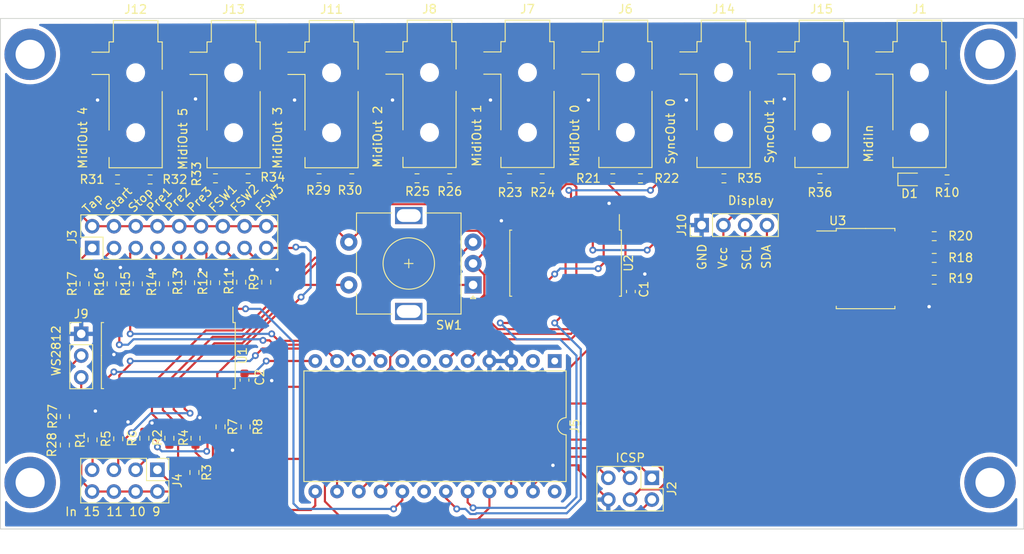
<source format=kicad_pcb>
(kicad_pcb (version 20221018) (generator pcbnew)
  (layers (0 "F.Cu" signal) (31 "B.Cu" signal) (34 "B.Paste" user) (35 "F.Paste" user) (36 "B.SilkS" user "B.Silkscreen") (37 "F.SilkS" user "F.Silkscreen") (38 "B.Mask" user) (39 "F.Mask" user) (44 "Edge.Cuts" user))
  (net 0 "")
  (net 1 "+5V")
  (net 2 "GND")
  (net 3 "Net-(D1-K)")
  (net 4 "Net-(D1-A)")
  (net 5 "Net-(J1-PadR)")
  (net 7 "MISO")
  (net 8 "SCLK")
  (net 9 "MIDI_RX")
  (net 10 "RST")
  (net 11 "IN_0")
  (net 12 "IN_1")
  (net 13 "IN_2")
  (net 14 "IN_3")
  (net 15 "IN_4")
  (net 16 "IN_5")
  (net 17 "IN_6")
  (net 18 "IN_7")
  (net 19 "IN_8")
  (net 20 "IN_9")
  (net 21 "IN_10")
  (net 22 "IN_11")
  (net 23 "IN_12")
  (net 24 "IN_13")
  (net 25 "IN_14")
  (net 26 "IN_15")
  (net 29 "SDA")
  (net 30 "SCL")
  (net 33 "S0")
  (net 34 "S1")
  (net 35 "S2")
  (net 36 "S3")
  (net 37 "LED_DATA")
  (net 38 "DEMUX")
  (net 40 "SYNC_TX")
  (net 41 "MIDI_TX")
  (net 43 "Net-(J6-PadR)")
  (net 44 "Net-(J6-PadT)")
  (net 45 "Net-(J7-PadR)")
  (net 46 "Net-(J7-PadT)")
  (net 47 "Net-(J8-PadR)")
  (net 48 "Net-(J8-PadT)")
  (net 49 "Net-(J9-Pin_2)")
  (net 50 "Net-(J11-PadR)")
  (net 51 "Net-(J11-PadT)")
  (net 52 "Net-(J12-PadR)")
  (net 53 "Net-(J12-PadT)")
  (net 54 "Net-(J13-PadR)")
  (net 55 "Net-(J13-PadT)")
  (net 57 "Net-(J14-PadT)")
  (net 59 "Net-(J15-PadT)")
  (net 60 "Net-(U3-VO1)")
  (net 61 "Net-(R19-Pad2)")
  (net 62 "MIDI_OUT_0")
  (net 63 "MIDI_OUT_1")
  (net 64 "MIDI_OUT_2")
  (net 65 "Net-(R27-Pad1)")
  (net 66 "MIDI_OUT_3")
  (net 67 "MIDI_OUT_4")
  (net 68 "MIDI_OUT_5")
  (net 69 "SYNC_OUT_0")
  (net 70 "SYNC_OUT_1")
  (footprint "Resistor_SMD:R_0603_1608Metric" (layer "F.Cu") (at 74.168 96.838 -90)
    (fp_text reference "R3")
    (fp_text value "10k")
  )
  (footprint "Connector_Audio:Jack_3.5mm_CUI_SJ-3523-SMT_Horizontal" (layer "F.Cu") (at 158.767 52.62)
    (fp_text reference "J1")
    (fp_text value "Midi In 0")
  )
  (footprint "Resistor_SMD:R_0603_1608Metric" (layer "F.Cu") (at 110.945 62.484)
    (fp_text reference "R23")
    (fp_text value "220")
  )
  (footprint "Resistor_SMD:R_0603_1608Metric" (layer "F.Cu") (at 103.96 62.484)
    (fp_text reference "R26")
    (fp_text value "220")
  )
  (footprint "Connector_Audio:Jack_3.5mm_CUI_SJ-3523-SMT_Horizontal" (layer "F.Cu") (at 124.46 52.62)
    (fp_text reference "J6")
    (fp_text value "Midi Out 0")
  )
  (footprint "Rotary_Encoder:RotaryEncoder_Alps_EC11E-Switch_Vertical_H20mm" (layer "F.Cu") (at 106.68 74.93 180)
    (fp_text reference "SW1")
    (fp_text value "RotaryEncoder_Switch")
  )
  (footprint "Resistor_SMD:R_0603_1608Metric" (layer "F.Cu") (at 62.2808 93.0254 90)
    (fp_text reference "R1")
    (fp_text value "10k")
  )
  (footprint "Resistor_SMD:R_0603_1608Metric" (layer "F.Cu") (at 67.564 74.803 90)
    (fp_text reference "R15")
    (fp_text value "10k")
  )
  (footprint "Connector_PinHeader_2.54mm:PinHeader_2x04_P2.54mm_Vertical" (layer "F.Cu") (at 69.85 96.52 -90)
    (fp_text reference "J4")
    (fp_text value "Conn_02x04_Odd_Even")
  )
  (footprint "Resistor_SMD:R_0603_1608Metric" (layer "F.Cu") (at 65.195 62.611)
    (fp_text reference "R31")
    (fp_text value "220")
  )
  (footprint "Connector_PinHeader_2.54mm:PinHeader_2x09_P2.54mm_Vertical" (layer "F.Cu") (at 62.24 70.617 90)
    (fp_text reference "J3")
    (fp_text value "Conn_02x09_Odd_Even")
  )
  (footprint "Resistor_SMD:R_0603_1608Metric" (layer "F.Cu") (at 161.989 62.611)
    (fp_text reference "R10")
    (fp_text value "220")
  )
  (footprint "Connector_PinHeader_2.54mm:PinHeader_2x03_P2.54mm_Vertical" (layer "F.Cu") (at 127.54 97.46 -90)
    (fp_text reference "J2")
    (fp_text value "ICSP")
  )
  (footprint "Package_SO:SOIC-20W_7.5x12.8mm_P1.27mm" (layer "F.Cu") (at 117.475 72.39 -90)
    (fp_text reference "U2")
    (fp_text value "74LS241")
  )
  (footprint "Resistor_SMD:R_0603_1608Metric" (layer "F.Cu") (at 82.55 74.613 90)
    (fp_text reference "R9")
    (fp_text value "10k")
  )
  (footprint "Resistor_SMD:R_0603_1608Metric" (layer "F.Cu") (at 76.581 74.676 90)
    (fp_text reference "R12")
    (fp_text value "10k")
  )
  (footprint "Resistor_SMD:R_0603_1608Metric" (layer "F.Cu") (at 160.4904 74.3204)
    (fp_text reference "R19")
    (fp_text value "220")
  )
  (footprint "Capacitor_SMD:C_0603_1608Metric" (layer "F.Cu") (at 125.095 75.705 90)
    (fp_text reference "C1")
    (fp_text value "0.1µ")
  )
  (footprint "Connector_Audio:Jack_3.5mm_CUI_SJ-3523-SMT_Horizontal" (layer "F.Cu") (at 147.337 52.62)
    (fp_text reference "J15")
    (fp_text value "Sync Out 1")
  )
  (footprint "Resistor_SMD:R_0603_1608Metric" (layer "F.Cu") (at 122.985 62.484)
    (fp_text reference "R21")
    (fp_text value "220")
  )
  (footprint "Resistor_SMD:R_0603_1608Metric" (layer "F.Cu") (at 65.278 92.901 90)
    (fp_text reference "R5")
    (fp_text value "10k")
  )
  (footprint "Resistor_SMD:R_0603_1608Metric" (layer "F.Cu") (at 100.14 62.484)
    (fp_text reference "R25")
    (fp_text value "220")
  )
  (footprint "Resistor_SMD:R_0603_1608Metric" (layer "F.Cu") (at 59.055 93.635 -90)
    (fp_text reference "R28")
    (fp_text value "220")
  )
  (footprint "Resistor_SMD:R_0603_1608Metric" (layer "F.Cu") (at 88.72 62.484)
    (fp_text reference "R29")
    (fp_text value "220")
  )
  (footprint "Resistor_SMD:R_0603_1608Metric" (layer "F.Cu") (at 64.516 74.803 90)
    (fp_text reference "R16")
    (fp_text value "10k")
  )
  (footprint "Resistor_SMD:R_0603_1608Metric" (layer "F.Cu") (at 76.625 62.484)
    (fp_text reference "R33")
    (fp_text value "220")
  )
  (footprint "Resistor_SMD:R_0603_1608Metric" (layer "F.Cu") (at 59.055 90.297 90)
    (fp_text reference "R27")
    (fp_text value "220")
  )
  (footprint "Resistor_SMD:R_0603_1608Metric" (layer "F.Cu") (at 73.66 74.677 90)
    (fp_text reference "R13")
    (fp_text value "10k")
  )
  (footprint "Resistor_SMD:R_0603_1608Metric" (layer "F.Cu") (at 80.435 62.484)
    (fp_text reference "R34")
    (fp_text value "220")
  )
  (footprint "Resistor_SMD:R_0603_1608Metric" (layer "F.Cu") (at 61.341 74.803 90)
    (fp_text reference "R17")
    (fp_text value "10k")
  )
  (footprint "Resistor_SMD:R_0603_1608Metric" (layer "F.Cu") (at 80.137 91.504 -90)
    (fp_text reference "R8")
    (fp_text value "10k")
  )
  (footprint "Resistor_SMD:R_0603_1608Metric" (layer "F.Cu") (at 92.53 62.484)
    (fp_text reference "R30")
    (fp_text value "220")
  )
  (footprint "Package_SO:SOP-8_6.62x9.15mm_P2.54mm" (layer "F.Cu") (at 152.48 73.025)
    (fp_text reference "U3")
    (fp_text value "6N138")
  )
  (footprint "Package_SO:SOIC-24W_7.5x15.4mm_P1.27mm" (layer "F.Cu") (at 71.12 83.185 -90)
    (fp_text reference "U1")
    (fp_text value "CD74HC4067SM")
  )
  (footprint "Resistor_SMD:R_0603_1608Metric" (layer "F.Cu") (at 160.4904 69.2404 180)
    (fp_text reference "R20")
    (fp_text value "220")
  )
  (footprint "Connector_Audio:Jack_3.5mm_CUI_SJ-3523-SMT_Horizontal" (layer "F.Cu") (at 135.907 52.62)
    (fp_text reference "J14")
    (fp_text value "Sync Out 0")
  )
  (footprint "Connector_Audio:Jack_3.5mm_CUI_SJ-3523-SMT_Horizontal" (layer "F.Cu") (at 67.31 52.65)
    (fp_text reference "J12")
    (fp_text value "Midi Out 4")
  )
  (footprint "Resistor_SMD:R_0603_1608Metric" (layer "F.Cu") (at 74.295 92.837 -90)
    (fp_text reference "R4")
    (fp_text value "10k")
  )
  (footprint "Resistor_SMD:R_0603_1608Metric" (layer "F.Cu") (at 126.215 62.484)
    (fp_text reference "R22")
    (fp_text value "220")
  )
  (footprint "Resistor_SMD:R_0603_1608Metric" (layer "F.Cu") (at 79.629 74.613 90)
    (fp_text reference "R11")
    (fp_text value "10k")
  )
  (footprint "Connector_PinHeader_2.54mm:PinHeader_1x03_P2.54mm_Vertical" (layer "F.Cu") (at 60.96 80.645)
    (fp_text reference "J9")
    (fp_text value "WS2812")
  )
  (footprint "Resistor_SMD:R_0603_1608Metric" (layer "F.Cu") (at 135.953 62.484)
    (fp_text reference "R35")
    (fp_text value "1k")
  )
  (footprint "Package_DIP:DIP-24_W15.24mm" (layer "F.Cu") (at 116.21 83.815 -90)
    (fp_text reference "J5")
    (fp_text value "Conn_02x12_Counter_Clockwise")
  )
  (footprint "Resistor_SMD:R_0603_1608Metric" (layer "F.Cu") (at 147.157 62.484)
    (fp_text reference "R36")
    (fp_text value "1k")
  )
  (footprint "Resistor_SMD:R_0603_1608Metric" (layer "F.Cu") (at 71.247 92.837 -90)
    (fp_text reference "R2")
    (fp_text value "10k")
  )
  (footprint "Resistor_SMD:R_0603_1608Metric" (layer "F.Cu") (at 114.744 62.484)
    (fp_text reference "R24")
    (fp_text value "220")
  )
  (footprint "Connector_Audio:Jack_3.5mm_CUI_SJ-3523-SMT_Horizontal" (layer "F.Cu") (at 101.6 52.62)
    (fp_text reference "J8")
    (fp_text value "Midi Out 2")
  )
  (footprint "Resistor_SMD:R_0603_1608Metric" (layer "F.Cu") (at 68.326 92.837 90)
    (fp_text reference "R6")
    (fp_text value "10k")
  )
  (footprint "Capacitor_SMD:C_0603_1608Metric" (layer "F.Cu") (at 80.01 86.045 90)
    (fp_text reference "C2")
    (fp_text value "0.1µ")
  )
  (footprint "Connector_Audio:Jack_3.5mm_CUI_SJ-3523-SMT_Horizontal" (layer "F.Cu") (at 113.03 52.62)
    (fp_text reference "J7")
    (fp_text value "Midi Out 1")
  )
  (footprint "Resistor_SMD:R_0603_1608Metric" (layer "F.Cu") (at 70.612 74.804 90)
    (fp_text reference "R14")
    (fp_text value "10k")
  )
  (footprint "Connector_Audio:Jack_3.5mm_CUI_SJ-3523-SMT_Horizontal" (layer "F.Cu") (at 90.17 52.65)
    (fp_text reference "J11")
    (fp_text value "Midi Out 3")
  )
  (footprint "Diode_SMD:D_0603_1608Metric" (layer "F.Cu") (at 157.734 62.611)
    (fp_text reference "D1")
    (fp_text value "1N4148")
  )
  (footprint "Resistor_SMD:R_0603_1608Metric" (layer "F.Cu") (at 77.216 91.504 -90)
    (fp_text reference "R7")
    (fp_text value "10k")
  )
  (footprint "Resistor_SMD:R_0603_1608Metric" (layer "F.Cu") (at 69.005 62.611)
    (fp_text reference "R32")
    (fp_text value "220")
  )
  (footprint "Resistor_SMD:R_0603_1608Metric" (layer "F.Cu") (at 160.4904 71.7804)
    (fp_text reference "R18")
    (fp_text value "10k")
  )
  (footprint "Connector_PinHeader_2.54mm:PinHeader_1x04_P2.54mm_Vertical" (layer "F.Cu") (at 133.35 67.945 90)
    (fp_text reference "J10")
    (fp_text value "Display")
  )
  (footprint "Connector_Audio:Jack_3.5mm_CUI_SJ-3523-SMT_Horizontal" (layer "F.Cu") (at 78.74 52.65)
    (fp_text reference "J13")
    (fp_text value "Midi Out 5")
  )
  (gr_rect (start 51.533056 43.813641) (end 170.938818 103.435608) (stroke (width 0.1)) (fill none) (layer "Edge.Cuts"))
  (gr_text "ClockBox v3" (at 127.732337 86.46803) (layer "F.Cu") (effects (font (size 4 4) (thickness 1) bold) (justify left bottom)))
  (gr_text "www.Andyland.info" (at 129.002337 91.29403) (layer "F.Cu") (effects (font (size 2 2) (thickness 0.5) bold) (justify left bottom)))
  (gr_text "Developed @BringTheNoise Hamburg" (at 128.8034 88.1634) (layer "F.Cu") (effects (font (size 1 1)) (justify left bottom)))
  (gr_text "Revision 202401001" (at 129.256337 93.07203) (layer "F.Cu") (effects (font (size 1 1) (thickness 0.125)) (justify left bottom)))
  (gr_text "Pre3" (at 73.914 66.675 45) (layer "F.SilkS") (effects (font (size 1 1)) (justify left bottom)))
  (gr_text "MidiOut 5" (at 73.406 61.595 90) (layer "F.SilkS") (effects (font (size 1 1)) (justify left bottom)))
  (gr_text "Display" (at 136.3218 65.659) (layer "F.SilkS") (effects (font (size 1 1)) (justify left bottom)))
  (gr_text "SCL" (at 139.192 73.279 90) (layer "F.SilkS") (effects (font (size 1 1)) (justify left bottom)))
  (gr_text "MidiOut 4" (at 61.722 61.468 90) (layer "F.SilkS") (effects (font (size 1 1)) (justify left bottom)))
  (gr_text "SyncOut 0" (at 130.302 60.96 90) (layer "F.SilkS") (effects (font (size 1 1)) (justify left bottom)))
  (gr_text "SDA" (at 141.478 73.152 90) (layer "F.SilkS") (effects (font (size 1 1)) (justify left bottom)))
  (gr_text "Tap" (at 61.722 66.802 45) (layer "F.SilkS") (effects (font (size 1 1)) (justify left bottom)))
  (gr_text "FSW1" (at 76.454 66.675 45) (layer "F.SilkS") (effects (font (size 1 1)) (justify left bottom)))
  (gr_text "Start" (at 64.389 66.802 45) (layer "F.SilkS") (effects (font (size 1 1)) (justify left bottom)))
  (gr_text "WS2812" (at 58.6232 85.6742 90) (layer "F.SilkS") (effects (font (size 1 1)) (justify left bottom)))
  (gr_text "MidiIn" (at 153.416 60.706 90) (layer "F.SilkS") (effects (font (size 1 1)) (justify left bottom)))
  (gr_text "GND" (at 133.985 73.279 90) (layer "F.SilkS") (effects (font (size 1 1)) (justify left bottom)))
  (gr_text "Pre2" (at 71.374 66.675 45) (layer "F.SilkS") (effects (font (size 1 1)) (justify left bottom)))
  (gr_text "MidiOut 0" (at 119.126 61.214 90) (layer "F.SilkS") (effects (font (size 1 1)) (justify left bottom)))
  (gr_text "Pre1" (at 69.215 66.675 45) (layer "F.SilkS") (effects (font (size 1 1)) (justify left bottom)))
  (gr_text "MidiOut 2" (at 96.139 61.341 90) (layer "F.SilkS") (effects (font (size 1 1)) (justify left bottom)))
  (gr_text "Stop" (at 67.056 66.675 45) (layer "F.SilkS") (effects (font (size 1 1)) (justify left bottom)))
  (gr_text "Vcc" (at 136.398 73.152 90) (layer "F.SilkS") (effects (font (size 1 1)) (justify left bottom)))
  (gr_text "In 15 11 10 9" (at 59 102) (layer "F.SilkS") (effects (font (size 1 1)) (justify left bottom)))
  (gr_text "FSW3" (at 81.915 66.675 45) (layer "F.SilkS") (effects (font (size 1 1)) (justify left bottom)))
  (gr_text "SyncOut 1" (at 141.859 60.833 90) (layer "F.SilkS") (effects (font (size 1 1)) (justify left bottom)))
  (gr_text "MidiOut 3" (at 84.455 61.468 90) (layer "F.SilkS") (effects (font (size 1 1)) (justify left bottom)))
  (gr_text "FSW2" (at 78.994 66.675 45) (layer "F.SilkS") (effects (font (size 1 1)) (justify left bottom)))
  (gr_text "MidiOut 1" (at 107.696 61.214 90) (layer "F.SilkS") (effects (font (size 1 1)) (justify left bottom)))
  (gr_text "ICSP" (at 123.2154 95.7072) (layer "F.SilkS") (effects (font (size 1 1)) (justify left bottom)))
  (via (at 55 98) (size 6) (drill 3.4) (layers "F.Cu" "B.Cu") (net 0))
  (via (at 167 48) (size 6) (drill 3.4) (layers "F.Cu" "B.Cu") (net 0))
  (via (at 55 48) (size 6) (drill 3.4) (layers "F.Cu" "B.Cu") (net 0))
  (via (at 167 98) (size 6) (drill 3.4) (layers "F.Cu" "B.Cu") (net 0))
  (segment (start 68.18 62.611) (end 68.98 63.411) (width 0.25) (layer "F.Cu") (net 1))
  (segment (start 103.935 63.284) (end 103.135 62.484) (width 0.25) (layer "F.Cu") (net 1))
  (segment (start 60.96 97.79) (end 62.23 99.06) (width 0.25) (layer "F.Cu") (net 1))
  (segment (start 93.772462 63.284) (end 95.25 61.806462) (width 0.25) (layer "F.Cu") (net 1))
  (segment (start 121.92 77.04) (end 123.19 77.04) (width 0.25) (layer "F.Cu") (net 1))
  (segment (start 92.505 63.284) (end 93.772462 63.284) (width 0.25) (layer "F.Cu") (net 1))
  (segment (start 114.719 63.284) (end 116.548 63.284) (width 0.25) (layer "F.Cu") (net 1))
  (segment (start 143.246396 71.746792) (end 146.785204 75.2856) (width 0.25) (layer "F.Cu") (net 1))
  (segment (start 108.59 99.055) (end 108.59 100.96) (width 0.25) (layer "F.Cu") (net 1))
  (segment (start 88.9 86.831) (end 80.476 86.831) (width 0.25) (layer "F.Cu") (net 1))
  (segment (start 123.75 76.48) (end 123.19 77.04) (width 0.25) (layer "F.Cu") (net 1))
  (segment (start 157.005 69.215) (end 159.64 69.215) (width 0.25) (layer "F.Cu") (net 1))
  (segment (start 106.68 72.43) (end 108.005 73.755) (width 0.25) (layer "F.Cu") (net 1))
  (segment (start 80.41 63.284) (end 79.61 62.484) (width 0.25) (layer "F.Cu") (net 1))
  (segment (start 72.39 57.84038) (end 74.35038 55.88) (width 0.25) (layer "F.Cu") (net 1))
  (segment (start 97.015 84.595) (end 94.779 86.831) (width 0.25) (layer "F.Cu") (net 1))
  (segment (start 108.005 73.755) (end 108.005 78.550305) (width 0.25) (layer "F.Cu") (net 1))
  (segment (start 80.02 68.077) (end 82.56 68.077) (width 0.25) (layer "F.Cu") (net 1))
  (segment (start 85.78038 55.88) (end 84.745 56.91538) (width 0.25) (layer "F.Cu") (net 1))
  (segment (start 91.502604 102.325) (end 89.395 100.217396) (width 0.25) (layer "F.Cu") (net 1))
  (segment (start 72.39 61.268462) (end 72.39 57.84038) (width 0.25) (layer "F.Cu") (net 1))
  (segment (start 135.89 71.305) (end 132.969 74.226) (width 0.25) (layer "F.Cu") (net 1))
  (segment (start 108.005 76.06462) (end 102.795318 81.274302) (width 0.25) (layer "F.Cu") (net 1))
  (segment (start 80.115 61.979) (end 80.115 56.792588) (width 0.25) (layer "F.Cu") (net 1))
  (segment (start 75.243878 99.06) (end 79.053878 95.25) (width 0.25) (layer "F.Cu") (net 1))
  (segment (start 66.085 59.63) (end 66.085 57.195) (width 0.25) (layer "F.Cu") (net 1))
  (segment (start 90.88 55.88) (end 85.78038 55.88) (width 0.25) (layer "F.Cu") (net 1))
  (segment (start 103.135 60.387412) (end 103.135 62.484) (width 0.25) (layer "F.Cu") (net 1))
  (segment (start 79.053878 95.25) (end 89.395 95.25) (width 0.25) (layer "F.Cu") (net 1))
  (segment (start 113.919 62.484) (end 114.719 63.284) (width 0.25) (layer "F.Cu") (net 1))
  (segment (start 125.215 102.325) (end 107.225 102.325) (width 0.25) (layer "F.Cu") (net 1))
  (segment (start 84.745 61.178) (end 82.639 63.284) (width 0.25) (layer "F.Cu") (net 1))
  (segment (start 106.68 57.81038) (end 106.68 61.806462) (width 0.25) (layer "F.Cu") (net 1))
  (segment (start 95.25 57.81038) (end 96.447792 56.612588) (width 0.25) (layer "F.Cu") (net 1))
  (segment (start 67.31 99.06) (end 69.85 99.06) (width 0.25) (layer "F.Cu") (net 1))
  (segment (start 62.23 99.06) (end 64.77 99.06) (width 0.25) (layer "F.Cu") (net 1))
  (segment (start 77.48 68.077) (end 80.02 68.077) (width 0.25) (layer "F.Cu") (net 1))
  (segment (start 93.505 68.605) (end 107.228834 68.605) (width 0.25) (layer "F.Cu") (net 1))
  (segment (start 113.93 59.76038) (end 110.55762 56.388) (width 0.25) (layer "F.Cu") (net 1))
  (segment (start 127.54 100) (end 125.215 102.325) (width 0.25) (layer "F.Cu") (net 1))
  (segment (start 121.487588 55.88) (end 125.39 59.782412) (width 0.25) (layer "F.Cu") (net 1))
  (segment (start 96.447792 56.612588) (end 99.360176 56.612588) (width 0.25) (layer "F.Cu") (net 1))
  (segment (start 107.228834 68.605) (end 108.005 69.381166) (width 0.25) (layer "F.Cu") (net 1))
  (segment (start 69.86 68.077) (end 72.4 68.077) (width 0.25) (layer "F.Cu") (net 1))
  (segment (start 119.035 60.797) (end 119.035 56.88538) (width 0.25) (layer "F.Cu") (net 1))
  (segment (start 92.18 69.93) (end 93.505 68.605) (width 0.25) (layer "F.Cu") (net 1))
  (segment (start 89.395 95.25) (end 89.395 87.326) (width 0.25) (layer "F.Cu") (net 1))
  (segment (start 146.785204 75.2856) (end 150.9344 75.2856) (width 0.25) (layer "F.Cu") (net 1))
  (segment (start 79.202412 55.88) (end 80.115 56.792588) (width 0.25) (layer "F.Cu") (net 1))
  (segment (start 65.615 56.725) (end 58.845 56.725) (width 0.25) (layer "F.Cu") (net 1))
  (segment (start 58.42 64.257) (end 62.24 68.077) (width 0.25) (layer "F.Cu") (net 1))
  (segment (start 91.705 56.705) (end 90.88 55.88) (width 0.25) (layer "F.Cu") (net 1))
  (segment (start 69.85 99.06) (end 75.243878 99.06) (width 0.25) (layer "F.Cu") (net 1))
  (segment (start 84.745 56.91538) (end 84.745 61.178) (width 0.25) (layer "F.Cu") (net 1))
  (segment (start 89.395 87.326) (end 88.9 86.831) (width 0.25) (layer "F.Cu") (net 1))
  (segment (start 68.98 63.411) (end 70.247462 63.411) (width 0.25) (layer "F.Cu") (net 1))
  (segment (start 108.10238 56.388) (end 106.68 57.81038) (width 0.25) (layer "F.Cu") (net 1))
  (segment (start 68.18 61.725) (end 68.18 62.23) (width 0.25) (layer "F.Cu") (net 1))
  (segment (start 60.96 85.725) (end 60.96 97.79) (width 0.25) (layer "F.Cu") (net 1))
  (segment (start 135.89 67.945) (end 137.795 66.04) (width 0.25) (layer "F.Cu") (net 1))
  (segment (start 159.64 69.215) (end 159.6654 69.2404) (width 0.25) (layer "F.Cu") (net 1))
  (segment (start 102.795318 81.274302) (end 99.09682 81.274302) (width 0.25) (layer "F.Cu") (net 1))
  (segment (start 95.25 61.806462) (end 95.25 57.81038) (width 0.25) (layer "F.Cu") (net 1))
  (segment (start 108.005 78.550305) (end 109.554695 80.1) (width 0.25) (layer "F.Cu") (net 1))
  (segment (start 72.4 68.077) (end 74.94 68.077) (width 0.25) (layer "F.Cu") (net 1))
  (segment (start 58.845 56.725) (end 58.42 57.15) (width 0.25) (layer "F.Cu") (net 1))
  (segment (start 82.56 68.077) (end 90.327 68.077) (width 0.25) (layer "F.Cu") (net 1))
  (segment (start 70.247462 63.411) (end 72.39 61.268462) (width 0.25) (layer "F.Cu") (net 1))
  (segment (start 116.548 63.284) (end 119.035 60.797) (width 0.25) (layer "F.Cu") (net 1))
  (segment (start 135.89 67.945) (end 135.89 71.305) (width 0.25) (layer "F.Cu") (net 1))
  (segment (start 121.92 78.065) (end 121.92 77.04) (width 0.25) (layer "F.Cu") (net 1))
  (segment (start 66.085 59.63) (end 68.18 61.725) (width 0.25) (layer "F.Cu") (net 1))
  (segment (start 110.55762 56.388) (end 108.10238 56.388) (width 0.25) (layer "F.Cu") (net 1))
  (segment (start 80.01 86.995) (end 79.17 87.835) (width 0.25) (layer "F.Cu") (net 1))
  (segment (start 90.327 68.077) (end 92.18 69.93) (width 0.25) (layer "F.Cu") (net 1))
  (segment (start 99.360176 56.612588) (end 103.135 60.387412) (width 0.25) (layer "F.Cu") (net 1))
  (segment (start 99.09682 81.274302) (end 97.015 83.356122) (width 0.25) (layer "F.Cu") (net 1))
  (segment (start 64.78 68.077) (end 67.32 68.077) (width 0.25) (layer "F.Cu") (net 1))
  (segment (start 108.005 73.755) (end 108.005 76.06462) (width 0.25) (layer "F.Cu") (net 1))
  (segment (start 58.42 57.15) (end 58.42 64.257) (width 0.25) (layer "F.Cu") (net 1))
  (segment (start 113.919 62.484) (end 113.919 59.77138) (width 0.25) (layer "F.Cu") (net 1))
  (segment (start 74.35038 55.88) (end 79.202412 55.88) (width 0.25) (layer "F.Cu") (net 1))
  (segment (start 118.017208 80.1) (end 119.377208 78.74) (width 0.25) (layer "F.Cu") (net 1))
  (segment (start 119.377208 78.74) (end 121.245 78.74) (width 0.25) (layer "F.Cu") (net 1))
  (segment (start 132.969 74.226) (end 129.355 74.226) (width 0.25) (layer "F.Cu") (net 1))
  (segment (start 125.095 76.48) (end 123.75 76.48) (width 0.25) (layer "F.Cu") (net 1))
  (segment (start 107.225 102.325) (end 91.502604 102.325) (width 0.25) (layer "F.Cu") (net 1))
  (segment (start 64.77 99.06) (end 67.31 99.06) (width 0.25) (layer "F.Cu") (net 1))
  (segment (start 97.015 83.356122) (end 97.015 84.595) (width 0.25) (layer "F.Cu") (net 1))
  (segment (start 67.32 68.077) (end 69.86 68.077) (width 0.25) (layer "F.Cu") (net 1))
  (segment (start 143.246396 66.04) (end 143.246396 71.746792) (width 0.25) (layer "F.Cu") (net 1))
  (segment (start 79.17 87.835) (end 78.105 87.835) (width 0.25) (layer "F.Cu") (net 1))
  (segment (start 109.554695 80.1) (end 118.017208 80.1) (width 0.25) (layer "F.Cu") (net 1))
  (segment (start 89.395 100.217396) (end 89.395 95.25) (width 0.25) (layer "F.Cu") (net 1))
  (segment (start 125.39 59.782412) (end 125.39 62.23) (width 0.25) (layer "F.Cu") (net 1))
  (segment (start 108.005 71.105) (end 106.68 72.43) (width 0.25) (layer "F.Cu") (net 1))
  (segment (start 119.035 56.88538) (end 120.04038 55.88) (width 0.25) (layer "F.Cu") (net 1))
  (segment (start 137.795 66.04) (end 143.246396 66.04) (width 0.25) (layer "F.Cu") (net 1))
  (segment (start 106.68 61.806462) (end 105.202462 63.284) (width 0.25) (layer "F.Cu") (net 1))
  (segment (start 108.59 100.96) (end 107.225 102.325) (width 0.25) (layer "F.Cu") (net 1))
  (segment (start 120.04038 55.88) (end 121.487588 55.88) (width 0.25) (layer "F.Cu") (net 1))
  (segment (start 127.101 76.48) (end 125.095 76.48) (width 0.25) (layer "F.Cu") (net 1))
  (segment (start 129.355 74.226) (end 127.101 76.48) (width 0.25) (layer "F.Cu") (net 1))
  (segment (start 74.94 68.077) (end 77.48 68.077) (width 0.25) (layer "F.Cu") (net 1))
  (segment (start 82.639 63.284) (end 80.41 63.284) (width 0.25) (layer "F.Cu") (net 1))
  (segment (start 108.005 69.381166) (end 108.005 71.105) (width 0.25) (layer "F.Cu") (net 1))
  (segment (start 91.705 62.484) (end 92.505 63.284) (width 0.25) (layer "F.Cu") (net 1))
  (segment (start 66.085 57.195) (end 65.615 56.725) (width 0.25) (layer "F.Cu") (net 1))
  (segment (start 150.9344 75.2856) (end 157.005 69.215) (width 0.25) (layer "F.Cu") (net 1))
  (segment (start 121.245 78.74) (end 121.92 78.065) (width 0.25) (layer "F.Cu") (net 1))
  (segment (start 105.202462 63.284) (end 103.935 63.284) (width 0.25) (layer "F.Cu") (net 1))
  (segment (start 113.919 59.77138) (end 113.93 59.76038) (width 0.25) (layer "F.Cu") (net 1))
  (segment (start 94.779 86.831) (end 88.9 86.831) (width 0.25) (layer "F.Cu") (net 1))
  (segment (start 62.24 68.077) (end 64.78 68.077) (width 0.25) (layer "F.Cu") (net 1))
  (segment (start 79.61 62.484) (end 80.115 61.979) (width 0.25) (layer "F.Cu") (net 1))
  (segment (start 91.705 62.484) (end 91.705 56.705) (width 0.25) (layer "F.Cu") (net 1))
  (segment (start 74.295 93.662) (end 74.295 94.488) (width 0.25) (layer "F.Cu") (net 2))
  (segment (start 132.207 49.02) (end 132.207 52.578) (width 0.25) (layer "F.Cu") (net 2))
  (segment (start 83.184 73.788) (end 82.55 73.788) (width 0.25) (layer "F.Cu") (net 2))
  (segment (start 75.04 52.468) (end 74.295 53.213) (width 0.25) (layer "F.Cu") (net 2))
  (segment (start 83.185 86.1065) (end 82.3485 85.27) (width 0.25) (layer "F.Cu") (net 2))
  (segment (start 109.33 52.595) (end 108.712 53.34) (width 0.25) (layer "F.Cu") (net 2))
  (segment (start 83.82 73.152) (end 83.184 73.788) (width 0.25) (layer "F.Cu") (net 2))
  (segment (start 111.457 67.437) (end 109.982 67.437) (width 0.25) (layer "F.Cu") (net 2))
  (segment (start 61.341 73.978) (end 61.912 73.978) (width 0.25) (layer "F.Cu") (net 2))
  (segment (start 131.572 53.34) (end 131.572 53.213) (width 0.25) (layer "F.Cu") (net 2))
  (segment (start 97.9 52.722) (end 97.282 53.34) (width 0.25) (layer "F.Cu") (net 2))
  (segment (start 160.3904 72.7054) (end 160.3904 76.9726) (width 0.25) (layer "F.Cu") (net 2))
  (segment (start 120.76 49.02) (end 120.76 52.595) (width 0.25) (layer "F.Cu") (net 2))
  (segment (start 77.216 93.345) (end 78.105 94.234) (width 0.25) (layer "F.Cu") (net 2))
  (segment (start 113.67 98.33) (end 113.67 99.055) (width 0.25) (layer "F.Cu") (net 2))
  (segment (start 74.295 94.488) (end 75.119802 95.312802) (width 0.25) (layer "F.Cu") (net 2))
  (segment (start 75.184 90.805) (end 75.184 92.773) (width 0.25) (layer "F.Cu") (net 2))
  (segment (start 71.247 93.662) (end 69.215 91.63) (width 0.25) (layer "F.Cu") (net 2))
  (segment (start 143.637 49.02) (end 143.637 52.578) (width 0.25) (layer "F.Cu") (net 2))
  (segment (start 61.912 73.978) (end 62.738 73.152) (width 0.25) (layer "F.Cu") (net 2))
  (segment (start 80.263 73.788) (end 80.899 73.152) (width 0.25) (layer "F.Cu") (net 2))
  (segment (start 69.215 91.63) (end 69.215 91.059) (width 0.25) (layer "F.Cu") (net 2))
  (segment (start 75.119802 96.711198) (end 74.168 97.663) (width 0.25) (layer "F.Cu") (net 2))
  (segment (start 64.135 82.55) (end 64.77 83.058) (width 0.25) (layer "F.Cu") (net 2))
  (segment (start 86.47 52.722) (end 85.852 53.34) (width 0.25) (layer "F.Cu") (net 2))
  (segment (start 125.095 74.803) (end 126.238 73.66) (width 0.25) (layer "F.Cu") (net 2))
  (segment (start 160.3904 76.9726) (end 159.893 77.47) (width 0.25) (layer "F.Cu") (net 2))
  (segment (start 65.278 92.076) (end 65.278 92.075) (width 0.25) (layer "F.Cu") (net 2))
  (segment (start 76.581 73.851) (end 77.1895 73.851) (width 0.25) (layer "F.Cu") (net 2))
  (segment (start 63.61 52.468) (end 62.865 53.34) (width 0.25) (layer "F.Cu") (net 2))
  (segment (start 97.9 49.02) (end 97.9 52.722) (width 0.25) (layer "F.Cu") (net 2))
  (segment (start 77.216 92.329) (end 77.216 93.345) (width 0.25) (layer "F.Cu") (net 2))
  (segment (start 161.3154 71.7804) (end 160.3904 72.7054) (width 0.25) (layer "F.Cu") (net 2))
  (segment (start 86.47 49.05) (end 86.47 52.722) (width 0.25) (layer "F.Cu") (net 2))
  (segment (start 82.3485 85.27) (end 80.01 85.27) (width 0.25) (layer "F.Cu") (net 2))
  (segment (start 120.76 52.595) (end 120.142 53.213) (width 0.25) (layer "F.Cu") (net 2))
  (segment (start 68.326 91.948) (end 68.326 92.012) (width 0.25) (layer "F.Cu") (net 2))
  (segment (start 111.76 67.74) (end 111.457 67.437) (width 0.25) (layer "F.Cu") (net 2))
  (segment (start 132.207 52.578) (end 131.572 53.34) (width 0.25) (layer "F.Cu") (net 2))
  (segment (start 75.04 49.05) (end 75.04 52.468) (width 0.25) (layer "F.Cu") (net 2))
  (segment (start 120.015 53.34) (end 120.015 53.34) (width 0.25) (layer "F.Cu") (net 2))
  (segment (start 78.613 94.234) (end 79.248 94.234) (width 0.25) (layer "F.Cu") (net 2))
  (segment (start 120.142 53.34) (end 120.015 53.34) (width 0.25) (layer "F.Cu") (net 2))
  (segment (start 73.66 73.852) (end 74.1405 73.852) (width 0.25) (layer "F.Cu") (net 2))
  (segment (start 65.873 89.662) (end 62.611 89.662) (width 0.25) (layer "F.Cu") (net 2))
  (segment (start 159.258 76.835) (end 159.893 77.47) (width 0.25) (layer "F.Cu") (net 2))
  (segment (start 62.865 53.34) (end 62.865 53.213) (width 0.25) (layer "F.Cu") (net 2))
  (segment (start 75.119802 95.312802) (end 75.119802 96.711198) (width 0.25) (layer "F.Cu") (net 2))
  (segment (start 66.675 87.835) (end 66.675 88.86) (width 0.25) (layer "F.Cu") (net 2))
  (segment (start 70.612 73.979) (end 71.0925 73.979) (width 0.25) (layer "F.Cu") (net 2))
  (segment (start 80.137 93.345) (end 80.137 92.329) (width 0.25) (layer "F.Cu") (net 2))
  (segment (start 157.005 76.835) (end 159.258 76.835) (width 0.25) (layer "F.Cu") (net 2))
  (segment (start 65.532 72.898) (end 65.532 72.962) (width 0.25) (layer "F.Cu") (net 2))
  (segment (start 62.2808 92.4222) (end 61.7558 91.8972) (width 0.25) (layer "F.Cu") (net 2))
  (segment (start 61.7558 91.8972) (end 61.7558 90.5172) (width 0.25) (layer "F.Cu") (net 2))
  (segment (start 75.184 92.773) (end 74.295 93.662) (width 0.25) (layer "F.Cu") (net 2))
  (segment (start 64.135 78.535) (end 64.135 82.55) (width 0.25) (layer "F.Cu") (net 2))
  (segment (start 116 96) (end 113.67 98.33) (width 0.25) (layer "F.Cu") (net 2))
  (segment (start 63.61 49.05) (end 63.61 52.468) (width 0.25) (layer "F.Cu") (net 2))
  (segment (start 61.7558 90.5172) (end 62.611 89.662) (width 0.25) (layer "F.Cu") (net 2))
  (segment (start 108.712 53.34) (end 108.712 53.213) (width 0.25) (layer "F.Cu") (net 2))
  (segment (start 120.142 53.213) (end 120.142 53.34) (width 0.25) (layer "F.Cu") (net 2))
  (segment (start 66.675 88.86) (end 65.873 89.662) (width 0.25) (layer "F.Cu") (net 2))
  (segment (start 65.532 72.962) (end 64.516 73.978) (width 0.25) (layer "F.Cu") (net 2))
  (segment (start 67.564 73.978) (end 68.1725 73.978) (width 0.25) (layer "F.Cu") (net 2))
  (segment (start 79.629 73.788) (end 80.263 73.788) (width 0.25) (layer "F.Cu") (net 2))
  (segment (start 123.19 67.74) (end 123.19 66.04) (width 0.25) (layer "F.Cu") (net 2))
  (segment (start 69.215 91.059) (end 68.326 91.948) (width 0.25) (layer "F.Cu") (net 2))
  (segment (start 119 96) (end 116 96) (width 0.25) (layer "F.Cu") (net 2))
  (segment (start 122.46 100) (end 119 96.54) (width 0.25) (layer "F.Cu") (net 2))
  (segment (start 64.77 83.058) (end 64.643 83.058) (width 0.25) (layer "F.Cu") (net 2))
  (segment (start 109.33 49.02) (end 109.33 52.595) (width 0.25) (layer "F.Cu") (net 2))
  (segment (start 126.238 73.66) (end 126.7206 73.66) (width 0.25) (layer "F.Cu") (net 2))
  (segment (start 78.105 94.234) (end 78.613 94.234) (width 0.25) (layer "F.Cu") (net 2))
  (segment (start 64.135 77.51) (end 64.135 78.535) (width 0.25) (layer "F.Cu") (net 2))
  (segment (start 74.803 90.424) (end 75.184 90.805) (width 0.25) (layer "F.Cu") (net 2))
  (segment (start 68.1725 73.978) (end 68.9985 73.152) (width 0.25) (layer "F.Cu") (net 2))
  (segment (start 65.278 92.075) (end 66.421 90.932) (width 0.25) (layer "F.Cu") (net 2))
  (segment (start 74.1405 73.852) (end 74.8405 73.152) (width 0.25) (layer "F.Cu") (net 2))
  (segment (start 123.19 66.04) (end 122.555 65.405) (width 0.25) (layer "F.Cu") (net 2))
  (segment (start 119 96.54) (end 119 96) (width 0.25) (layer "F.Cu") (net 2))
  (segment (start 79.248 94.234) (end 80.137 93.345) (width 0.25) (layer "F.Cu") (net 2))
  (segment (start 71.0925 73.979) (end 71.9195 73.152) (width 0.25) (layer "F.Cu") (net 2))
  (segment (start 77.1895 73.851) (end 77.8885 73.152) (width 0.25) (layer "F.Cu") (net 2))
  (segment (start 83.82 73.152) (end 83.82 73.152) (width 0.25) (layer "F.Cu") (net 2))
  (segment (start 143.637 52.578) (end 143.002 53.213) (width 0.25) (layer "F.Cu") (net 2))
  (via (at 122.555 65.405) (size 0.8) (drill 0.4) (layers "F.Cu" "B.Cu") (net 2))
  (via (at 74.295 53.213) (size 0.8) (drill 0.4) (layers "F.Cu" "B.Cu") (net 2))
  (via (at 126.7206 73.66) (size 0.8) (drill 0.4) (layers "F.Cu" "B.Cu") (net 2))
  (via (at 64.77 83.058) (size 0.8) (drill 0.4) (layers "F.Cu" "B.Cu") (net 2))
  (via (at 68.9985 73.152) (size 0.8) (drill 0.4) (layers "F.Cu" "B.Cu") (net 2))
  (via (at 83.82 73.152) (size 0.8) (drill 0.4) (layers "F.Cu" "B.Cu") (net 2))
  (via (at 80.899 73.152) (size 0.8) (drill 0.4) (layers "F.Cu" "B.Cu") (net 2))
  (via (at 62.738 73.152) (size 0.8) (drill 0.4) (layers "F.Cu" "B.Cu") (net 2))
  (via (at 65.532 72.898) (size 0.8) (drill 0.4) (layers "F.Cu" "B.Cu") (net 2))
  (via (at 71.9195 73.152) (size 0.8) (drill 0.4) (layers "F.Cu" "B.Cu") (net 2))
  (via (at 131.572 53.34) (size 0.8) (drill 0.4) (layers "F.Cu" "B.Cu") (net 2))
  (via (at 97.282 53.34) (size 0.8) (drill 0.4) (layers "F.Cu" "B.Cu") (net 2))
  (via (at 74.803 90.424) (size 0.8) (drill 0.4) (layers "F.Cu" "B.Cu") (net 2))
  (via (at 109.982 67.437) (size 0.8) (drill 0.4) (layers "F.Cu" "B.Cu") (net 2))
  (via (at 108.712 53.34) (size 0.8) (drill 0.4) (layers "F.Cu" "B.Cu") (net 2))
  (via (at 143.002 53.213) (size 0.8) (drill 0.4) (layers "F.Cu" "B.Cu") (net 2))
  (via (at 85.852 53.34) (size 0.8) (drill 0.4) (layers "F.Cu" "B.Cu") (net 2))
  (via (at 62.611 89.662) (size 0.8) (drill 0.4) (layers "F.Cu" "B.Cu") (net 2))
  (via (at 77.8885 73.152) (size 0.8) (drill 0.4) (layers "F.Cu" "B.Cu") (net 2))
  (via (at 69.215 91.059) (size 0.8) (drill 0.4) (layers "F.Cu" "B.Cu") (net 2))
  (via (at 78.613 94.234) (size 0.8) (drill 0.4) (layers "F.Cu" "B.Cu") (net 2))
  (via (at 62.865 53.34) (size 0.8) (drill 0.4) (layers "F.Cu" "B.Cu") (net 2))
  (via (at 116 96) (size 0.8) (drill 0.4) (layers "F.Cu" "B.Cu") (net 2))
  (via (at 159.893 77.47) (size 0.8) (drill 0.4) (layers "F.Cu" "B.Cu") (net 2))
  (via (at 83.185 86.1065) (size 0.8) (drill 0.4) (layers "F.Cu" "B.Cu") (net 2))
  (via (at 74.8405 73.152) (size 0.8) (drill 0.4) (layers "F.Cu" "B.Cu") (net 2))
  (via (at 66.421 90.932) (size 0.8) (drill 0.4) (layers "F.Cu" "B.Cu") (net 2))
  (via (at 120.142 53.34) (size 0.8) (drill 0.4) (layers "F.Cu" "B.Cu") (net 2))
  (segment (start 156.9465 62.0775) (end 156.9465 62.611) (width 0.25) (layer "F.Cu") (net 3))
  (segment (start 152.459396 63.315) (end 154.432698 61.341698) (width 0.25) (layer "F.Cu") (net 3))
  (segment (start 162.014 63.411) (end 157.7465 63.411) (width 0.25) (layer "F.Cu") (net 3))
  (segment (start 145.611 71.628) (end 145.611 67.877396) (width 0.25) (layer "F.Cu") (net 3))
  (segment (start 147.955 71.755) (end 145.738 71.755) (width 0.25) (layer "F.Cu") (net 3))
  (segment (start 155.574302 61.341698) (end 155.575 61.341) (width 0.25) (layer "F.Cu") (net 3))
  (segment (start 156.21 61.341) (end 156.9465 62.0775) (width 0.25) (layer "F.Cu") (net 3))
  (segment (start 157.7465 63.411) (end 156.9465 62.611) (width 0.25) (layer "F.Cu") (net 3))
  (segment (start 145.738 71.755) (end 145.611 71.628) (width 0.25) (layer "F.Cu") (net 3))
  (segment (start 154.432698 61.341698) (end 155.574302 61.341698) (width 0.25) (layer "F.Cu") (net 3))
  (segment (start 155.575 61.341) (end 156.21 61.341) (width 0.25) (layer "F.Cu") (net 3))
  (segment (start 162.814 62.611) (end 162.014 63.411) (width 0.25) (layer "F.Cu") (net 3))
  (segment (start 150.173396 63.315) (end 152.459396 63.315) (width 0.25) (layer "F.Cu") (net 3))
  (segment (start 145.611 67.877396) (end 150.173396 63.315) (width 0.25) (layer "F.Cu") (net 3))
  (segment (start 155.067 60.071) (end 155.067 58.42) (width 0.25) (layer "F.Cu") (net 4))
  (segment (start 145.161 67.691) (end 149.987 62.865) (width 0.25) (layer "F.Cu") (net 4))
  (segment (start 149.987 62.865) (end 152.273 62.865) (width 0.25) (layer "F.Cu") (net 4))
  (segment (start 145.161 73.025) (end 145.161 67.691) (width 0.25) (layer "F.Cu") (net 4))
  (segment (start 156.8345 60.071) (end 155.067 60.071) (width 0.25) (layer "F.Cu") (net 4))
  (segment (start 146.431 74.295) (end 145.161 73.025) (width 0.25) (layer "F.Cu") (net 4))
  (segment (start 156.8345 60.071) (end 158.5215 61.758) (width 0.25) (layer "F.Cu") (net 4))
  (segment (start 158.5215 61.758) (end 158.5215 62.611) (width 0.25) (layer "F.Cu") (net 4))
  (segment (start 152.273 62.865) (end 155.067 60.071) (width 0.25) (layer "F.Cu") (net 4))
  (segment (start 147.955 74.295) (end 146.431 74.295) (width 0.25) (layer "F.Cu") (net 4))
  (segment (start 161.164 62.611) (end 161.164 54.9106) (width 0.25) (layer "F.Cu") (net 5))
  (segment (start 162.467 53.6076) (end 162.467 51.02) (width 0.25) (layer "F.Cu") (net 5))
  (segment (start 161.164 54.9106) (end 162.467 53.6076) (width 0.25) (layer "F.Cu") (net 5))
  (segment (start 127.54 97.46) (end 123.08 93) (width 0.25) (layer "F.Cu") (net 7))
  (segment (start 99.405 93) (end 93.35 99.055) (width 0.25) (layer "F.Cu") (net 7))
  (segment (start 123.08 93) (end 99.405 93) (width 0.25) (layer "F.Cu") (net 7))
  (segment (start 121.54 94) (end 100.945 94) (width 0.25) (layer "F.Cu") (net 8))
  (segment (start 100.945 94) (end 95.89 99.055) (width 0.25) (layer "F.Cu") (net 8))
  (segment (start 125 97.46) (end 121.54 94) (width 0.25) (layer "F.Cu") (net 8))
  (segment (start 122.686802 80.776802) (end 124.963198 80.776802) (width 0.25) (layer "F.Cu") (net 9))
  (segment (start 97.155 90.805) (end 111.76 90.805) (width 0.25) (layer "F.Cu") (net 9))
  (segment (start 129.7432 75.9968) (end 155.3032 75.9968) (width 0.25) (layer "F.Cu") (net 9))
  (segment (start 90.81 97.15) (end 97.155 90.805) (width 0.25) (layer "F.Cu") (net 9))
  (segment (start 90.81 99.055) (end 90.81 97.15) (width 0.25) (layer "F.Cu") (net 9))
  (segment (start 157.005 74.295) (end 159.64 74.295) (width 0.25) (layer "F.Cu") (net 9))
  (segment (start 121.02212 88.7825) (end 113.7825 88.7825) (width 0.25) (layer "F.Cu") (net 9))
  (segment (start 129 96.76038) (end 121.02212 88.7825) (width 0.25) (layer "F.Cu") (net 9))
  (segment (start 111.76 90.805) (end 113.7825 88.7825) (width 0.25) (layer "F.Cu") (net 9))
  (segment (start 119.915344 82.649656) (end 120.813948 82.649656) (width 0.25) (layer "F.Cu") (net 9))
  (segment (start 120.813948 82.649656) (end 122.686802 80.776802) (width 0.25) (layer "F.Cu") (net 9))
  (segment (start 155.3032 75.9968) (end 157.005 74.295) (width 0.25) (layer "F.Cu") (net 9))
  (segment (start 159.64 74.295) (end 159.6654 74.3204) (width 0.25) (layer "F.Cu") (net 9))
  (segment (start 125 100) (end 126.194 98.806) (width 0.25) (layer "F.Cu") (net 9))
  (segment (start 126.194 98.806) (end 128.35362 98.806) (width 0.25) (layer "F.Cu") (net 9))
  (segment (start 113.7825 88.7825) (end 119.915344 82.649656) (width 0.25) (layer "F.Cu") (net 9))
  (segment (start 124.963198 80.776802) (end 129.7432 75.9968) (width 0.25) (layer "F.Cu") (net 9))
  (segment (start 128.35362 98.806) (end 129 98.15962) (width 0.25) (layer "F.Cu") (net 9))
  (segment (start 129 98.15962) (end 129 96.76038) (width 0.25) (layer "F.Cu") (net 9))
  (segment (start 112.974695 95) (end 111.13 96.844695) (width 0.25) (layer "F.Cu") (net 10))
  (segment (start 111.13 96.844695) (end 111.13 99.055) (width 0.25) (layer "F.Cu") (net 10))
  (segment (start 120 95) (end 112.974695 95) (width 0.25) (layer "F.Cu") (net 10))
  (segment (start 122.46 97.46) (end 120 95) (width 0.25) (layer "F.Cu") (net 10))
  (segment (start 60.541 72.316) (end 62.24 70.617) (width 0.25) (layer "F.Cu") (net 11))
  (segment (start 62.889396 75.628) (end 64.350396 77.089) (width 0.25) (layer "F.Cu") (net 11))
  (segment (start 61.341 75.628) (end 62.889396 75.628) (width 0.25) (layer "F.Cu") (net 11))
  (segment (start 60.541 74.828) (end 60.541 72.316) (width 0.25) (layer "F.Cu") (net 11))
  (segment (start 61.341 75.628) (end 60.541 74.828) (width 0.25) (layer "F.Cu") (net 11))
  (segment (start 67.945 77.216) (end 67.945 78.535) (width 0.25) (layer "F.Cu") (net 11))
  (segment (start 67.818 77.089) (end 67.945 77.216) (width 0.25) (layer "F.Cu") (net 11))
  (segment (start 64.350396 77.089) (end 67.818 77.089) (width 0.25) (layer "F.Cu") (net 11))
  (segment (start 63.716 71.681) (end 64.78 70.617) (width 0.25) (layer "F.Cu") (net 12))
  (segment (start 64.516 75.628) (end 63.716 74.828) (width 0.25) (layer "F.Cu") (net 12))
  (segment (start 69.215 76.835) (end 69.215 78.535) (width 0.25) (layer "F.Cu") (net 12))
  (segment (start 68.733 76.353) (end 69.215 76.835) (width 0.25) (layer "F.Cu") (net 12))
  (segment (start 64.516 75.628) (end 65.241 76.353) (width 0.25) (layer "F.Cu") (net 12))
  (segment (start 65.241 76.353) (end 68.733 76.353) (width 0.25) (layer "F.Cu") (net 12))
  (segment (start 63.716 74.828) (end 63.716 71.681) (width 0.25) (layer "F.Cu") (net 12))
  (segment (start 66.675 71.262) (end 67.32 70.617) (width 0.25) (layer "F.Cu") (net 13))
  (segment (start 67.564 75.628) (end 68.644396 75.628) (width 0.25) (layer "F.Cu") (net 13))
  (segment (start 67.32 70.617) (end 67.730705 70.617) (width 0.25) (layer "F.Cu") (net 13))
  (segment (start 67.564 75.628) (end 66.675 74.739) (width 0.25) (layer "F.Cu") (net 13))
  (segment (start 70.485 77.468604) (end 70.485 78.535) (width 0.25) (layer "F.Cu") (net 13))
  (segment (start 68.644396 75.628) (end 70.485 77.468604) (width 0.25) (layer "F.Cu") (net 13))
  (segment (start 66.675 74.739) (end 66.675 71.262) (width 0.25) (layer "F.Cu") (net 13))
  (segment (start 69.723 70.754) (end 69.86 70.617) (width 0.25) (layer "F.Cu") (net 14))
  (segment (start 71.755 76.772) (end 71.755 78.535) (width 0.25) (layer "F.Cu") (net 14))
  (segment (start 70.612 75.629) (end 71.755 76.772) (width 0.25) (layer "F.Cu") (net 14))
  (segment (start 70.612 75.629) (end 69.723 74.74) (width 0.25) (layer "F.Cu") (net 14))
  (segment (start 69.723 74.74) (end 69.723 70.754) (width 0.25) (layer "F.Cu") (net 14))
  (segment (start 73.66 75.502) (end 73.66 77.9) (width 0.25) (layer "F.Cu") (net 15))
  (segment (start 72.644 70.861) (end 72.4 70.617) (width 0.25) (layer "F.Cu") (net 15))
  (segment (start 73.66 77.9) (end 73.025 78.535) (width 0.25) (layer "F.Cu") (net 15))
  (segment (start 72.4 70.617) (end 72.4408 70.6578) (width 0.25) (layer "F.Cu") (net 15))
  (segment (start 72.644 74.486) (end 72.644 70.861) (width 0.25) (layer "F.Cu") (net 15))
  (segment (start 73.66 75.502) (end 72.644 74.486) (width 0.25) (layer "F.Cu") (net 15))
  (segment (start 74.295 77.787) (end 74.295 78.535) (width 0.25) (layer "F.Cu") (net 16))
  (segment (start 75.565 74.485) (end 75.565 71.242) (width 0.25) (layer "F.Cu") (net 16))
  (segment (start 75.565 71.242) (end 74.94 70.617) (width 0.25) (layer "F.Cu") (net 16))
  (segment (start 76.581 75.501) (end 75.565 74.485) (width 0.25) (layer "F.Cu") (net 16))
  (segment (start 76.581 75.501) (end 74.295 77.787) (width 0.25) (layer "F.Cu") (net 16))
  (segment (start 77.48 70.617) (end 77.47 70.627) (width 0.25) (layer "F.Cu") (net 17))
  (segment (start 79.629 75.438) (end 78.235248 75.438) (width 0.25) (layer "F.Cu") (net 17))
  (segment (start 78.613 71.75) (end 77.48 70.617) (width 0.25) (layer "F.Cu") (net 17))
  (segment (start 79.629 75.438) (end 78.613 74.422) (width 0.25) (layer "F.Cu") (net 17))
  (segment (start 78.235248 75.438) (end 75.565 78.108248) (width 0.25) (layer "F.Cu") (net 17))
  (segment (start 78.613 74.422) (end 78.613 71.75) (width 0.25) (layer "F.Cu") (net 17))
  (segment (start 75.565 78.108248) (end 75.565 78.535) (width 0.25) (layer "F.Cu") (net 17))
  (segment (start 79.152 77.185) (end 77.758248 77.185) (width 0.25) (layer "F.Cu") (net 18))
  (segment (start 82.55 75.438) (end 81.661 74.549) (width 0.25) (layer "F.Cu") (net 18))
  (segment (start 80.899 75.438) (end 79.152 77.185) (width 0.25) (layer "F.Cu") (net 18))
  (segment (start 76.835 78.108248) (end 76.835 78.535) (width 0.25) (layer "F.Cu") (net 18))
  (segment (start 81.661 74.549) (end 81.661 72.258) (width 0.25) (layer "F.Cu") (net 18))
  (segment (start 82.55 75.438) (end 80.899 75.438) (width 0.25) (layer "F.Cu") (net 18))
  (segment (start 81.661 72.258) (end 80.02 70.617) (width 0.25) (layer "F.Cu") (net 18))
  (segment (start 77.758248 77.185) (end 76.835 78.108248) (width 0.25) (layer "F.Cu") (net 18))
  (segment (start 76.835 87.835) (end 76.835 88.86) (width 0.25) (layer "F.Cu") (net 19))
  (segment (start 86.614 76.3524) (end 86.614 76.4032) (width 0.25) (layer "F.Cu") (net 19))
  (segment (start 76.835 88.86) (end 77.51 89.535) (width 0.25) (layer "F.Cu") (net 19))
  (segment (start 80.137 89.916) (end 80.137 90.679) (width 0.25) (layer "F.Cu") (net 19))
  (segment (start 79.756 89.535) (end 80.137 89.916) (width 0.25) (layer "F.Cu") (net 19))
  (segment (start 86.0044 70.5104) (end 85.8978 70.617) (width 0.25) (layer "F.Cu") (net 19))
  (segment (start 85.8978 70.617) (end 82.56 70.617) (width 0.25) (layer "F.Cu") (net 19))
  (segment (start 76.8096 87.8604) (end 76.835 87.835) (width 0.25) (layer "F.Cu") (net 19))
  (segment (start 77.51 89.535) (end 79.756 89.535) (width 0.25) (layer "F.Cu") (net 19))
  (segment (start 76.835 85.301396) (end 76.835 87.835) (width 0.25) (layer "F.Cu") (net 19))
  (segment (start 84.666396 77.47) (end 76.835 85.301396) (width 0.25) (layer "F.Cu") (net 19))
  (segment (start 85.4964 77.47) (end 84.666396 77.47) (width 0.25) (layer "F.Cu") (net 19))
  (segment (start 86.614 76.3524) (end 85.4964 77.47) (width 0.25) (layer "F.Cu") (net 19))
  (via (at 86.614 76.3524) (size 0.8) (drill 0.4) (layers "F.Cu" "B.Cu") (net 19))
  (via (at 86.0044 70.5104) (size 0.8) (drill 0.4) (layers "F.Cu" "B.Cu") (net 19))
  (segment (start 87.7316 71.0692) (end 87.1728 70.5104) (width 0.25) (layer "B.Cu") (net 19))
  (segment (start 86.614 76.3524) (end 87.7316 75.2348) (width 0.25) (layer "B.Cu") (net 19))
  (segment (start 87.1728 70.5104) (end 86.0044 70.5104) (width 0.25) (layer "B.Cu") (net 19))
  (segment (start 87.7316 75.2348) (end 87.7316 71.0692) (width 0.25) (layer "B.Cu") (net 19))
  (segment (start 75.565 89.028) (end 77.216 90.679) (width 0.25) (layer "F.Cu") (net 20))
  (segment (start 74.999 98.61) (end 76.327 97.282) (width 0.25) (layer "F.Cu") (net 20))
  (segment (start 71.94 98.61) (end 74.999 98.61) (width 0.25) (layer "F.Cu") (net 20))
  (segment (start 75.565 87.835) (end 75.565 89.028) (width 0.25) (layer "F.Cu") (net 20))
  (segment (start 69.85 96.52) (end 71.94 98.61) (width 0.25) (layer "F.Cu") (net 20))
  (segment (start 76.327 91.568) (end 77.216 90.679) (width 0.25) (layer "F.Cu") (net 20))
  (segment (start 69.85 96.188) (end 69.85 96.52) (width 0.25) (layer "F.Cu") (net 20))
  (segment (start 76.327 97.282) (end 76.327 91.568) (width 0.25) (layer "F.Cu") (net 20))
  (segment (start 68.326 95.504) (end 67.31 96.52) (width 0.25) (layer "F.Cu") (net 21))
  (segment (start 69.024 92.964) (end 68.326 93.662) (width 0.25) (layer "F.Cu") (net 21))
  (segment (start 69.596 92.964) (end 69.024 92.964) (width 0.25) (layer "F.Cu") (net 21))
  (segment (start 69.85 93.218) (end 69.596 92.964) (width 0.25) (layer "F.Cu") (net 21))
  (segment (start 75.692 94.2715) (end 75.692 90.287695) (width 0.25) (layer "F.Cu") (net 21))
  (segment (start 69.85 93.853) (end 69.85 93.218) (width 0.25) (layer "F.Cu") (net 21))
  (segment (start 75.692 90.287695) (end 74.295 88.890695) (width 0.25) (layer "F.Cu") (net 21))
  (segment (start 68.326 93.662) (end 68.326 95.504) (width 0.25) (layer "F.Cu") (net 21))
  (segment (start 75.6025 94.361) (end 75.692 94.2715) (width 0.25) (layer "F.Cu") (net 21))
  (segment (start 74.295 88.890695) (end 74.295 87.835) (width 0.25) (layer "F.Cu") (net 21))
  (via (at 69.85 93.853) (size 0.8) (drill 0.4) (layers "F.Cu" "B.Cu") (net 21))
  (via (at 75.6025 94.361) (size 0.8) (drill 0.4) (layers "F.Cu" "B.Cu") (net 21))
  (segment (start 75.6025 94.361) (end 70.358 94.361) (width 0.25) (layer "B.Cu") (net 21))
  (segment (start 70.358 94.361) (end 69.85 93.853) (width 0.25) (layer "B.Cu") (net 21))
  (segment (start 73.025 87.835) (end 73.025 89.408) (width 0.25) (layer "F.Cu") (net 22))
  (segment (start 65.278 96.012) (end 64.77 96.52) (width 0.25) (layer "F.Cu") (net 22))
  (segment (start 73.66 89.916) (end 73.533 89.916) (width 0.25) (layer "F.Cu") (net 22))
  (segment (start 73.025 89.408) (end 73.66 89.916) (width 0.25) (layer "F.Cu") (net 22))
  (segment (start 65.278 93.726) (end 65.278 96.012) (width 0.25) (layer "F.Cu") (net 22))
  (segment (start 65.278 93.726) (end 66.802 92.202) (width 0.25) (layer "F.Cu") (net 22))
  (via (at 66.802 92.202) (size 0.8) (drill 0.4) (layers "F.Cu" "B.Cu") (net 22))
  (via (at 73.66 89.916) (size 0.8) (drill 0.4) (layers "F.Cu" "B.Cu") (net 22))
  (segment (start 73.66 89.916) (end 69.088 89.916) (width 0.25) (layer "B.Cu") (net 22))
  (segment (start 69.088 89.916) (end 66.802 92.202) (width 0.25) (layer "B.Cu") (net 22))
  (segment (start 71.7804 87.8604) (end 71.755 87.835) (width 0.25) (layer "F.Cu") (net 23))
  (segment (start 86.57 74.93) (end 79.75 81.75) (width 0.25) (layer "F.Cu") (net 23))
  (segment (start 76.5 81.75) (end 71.755 86.495) (width 0.25) (layer "F.Cu") (net 23))
  (segment (start 74.295 92.012) (end 71.755 89.472) (width 0.25) (layer "F.Cu") (net 23))
  (segment (start 79.75 81.75) (end 76.5 81.75) (width 0.25) (layer "F.Cu") (net 23))
  (segment (start 71.755 86.495) (end 71.755 87.835) (width 0.25) (layer "F.Cu") (net 23))
  (segment (start 71.755 89.472) (end 71.755 87.835) (width 0.25) (layer "F.Cu") (net 23))
  (segment (start 92.18 74.93) (end 86.57 74.93) (width 0.25) (layer "F.Cu") (net 23))
  (segment (start 95.2 72.2) (end 88.55 72.2) (width 0.25) (layer "F.Cu") (net 24))
  (segment (start 97.93 74.93) (end 95.2 72.2) (width 0.25) (layer "F.Cu") (net 24))
  (segment (start 73.026 96.013) (end 74.168 96.013) (width 0.25) (layer "F.Cu") (net 24))
  (segment (start 76.295 81) (end 70.485 86.81) (width 0.25) (layer "F.Cu") (net 24))
  (segment (start 70.485 89.535) (end 72.263 91.313) (width 0.25) (layer "F.Cu") (net 24))
  (segment (start 88.55 72.2) (end 79.75 81) (width 0.25) (layer "F.Cu") (net 24))
  (segment (start 70.4596 87.8604) (end 70.485 87.835) (width 0.25) (layer "F.Cu") (net 24))
  (segment (start 72.263 91.313) (end 72.263 95.25) (width 0.25) (layer "F.Cu") (net 24))
  (segment (start 79.75 81) (end 76.295 81) (width 0.25) (layer "F.Cu") (net 24))
  (segment (start 70.485 86.81) (end 70.485 87.835) (width 0.25) (layer "F.Cu") (net 24))
  (segment (start 106.68 74.93) (end 97.93 74.93) (width 0.25) (layer "F.Cu") (net 24))
  (segment (start 70.485 87.835) (end 70.485 89.535) (width 0.25) (layer "F.Cu") (net 24))
  (segment (start 72.263 95.25) (end 73.026 96.013) (width 0.25) (layer "F.Cu") (net 24))
  (segment (start 79.75 80.25) (end 75.5 80.25) (width 0.25) (layer "F.Cu") (net 25))
  (segment (start 88.25 71.75) (end 79.75 80.25) (width 0.25) (layer "F.Cu") (net 25))
  (segment (start 69.215 89.98) (end 69.215 87.835) (width 0.25) (layer "F.Cu") (net 25))
  (segment (start 106.68 69.93) (end 104.86 71.75) (width 0.25) (layer "F.Cu") (net 25))
  (segment (start 104.86 71.75) (end 88.25 71.75) (width 0.25) (layer "F.Cu") (net 25))
  (segment (start 75.5 80.25) (end 69.215 86.535) (width 0.25) (layer "F.Cu") (net 25))
  (segment (start 69.2404 87.8604) (end 69.215 87.835) (width 0.25) (layer "F.Cu") (net 25))
  (segment (start 71.247 92.012) (end 69.215 89.98) (width 0.25) (layer "F.Cu") (net 25))
  (segment (start 69.215 86.535) (end 69.215 87.835) (width 0.25) (layer "F.Cu") (net 25))
  (segment (start 67.945 88.382695) (end 66.120695 90.207) (width 0.25) (layer "F.Cu") (net 26))
  (segment (start 62.2808 96.4692) (end 62.23 96.52) (width 0.25) (layer "F.Cu") (net 26))
  (segment (start 63.0808 93.0504) (end 62.2808 93.8504) (width 0.25) (layer "F.Cu") (net 26))
  (segment (start 62.2808 93.8504) (end 62.2808 96.4692) (width 0.25) (layer "F.Cu") (net 26))
  (segment (start 66.120695 90.207) (end 63.717 90.207) (width 0.25) (layer "F.Cu") (net 26))
  (segment (start 63.0808 90.8432) (end 63.0808 93.0504) (width 0.25) (layer "F.Cu") (net 26))
  (segment (start 67.945 87.835) (end 67.945 88.382695) (width 0.25) (layer "F.Cu") (net 26))
  (segment (start 63.717 90.207) (end 63.0808 90.8432) (width 0.25) (layer "F.Cu") (net 26))
  (segment (start 67.945 88.519) (end 67.945 87.835) (width 0.25) (layer "F.Cu") (net 26))
  (segment (start 124.744656 80.294656) (end 119.095344 80.294656) (width 0.25) (layer "F.Cu") (net 29))
  (segment (start 140.97 67.945) (end 140.97 72.517) (width 0.25) (layer "F.Cu") (net 29))
  (segment (start 129.973604 75.13) (end 124.776802 80.326802) (width 0.25) (layer "F.Cu") (net 29))
  (segment (start 118.11 81.28) (end 108.585 81.28) (width 0.25) (layer "F.Cu") (net 29))
  (segment (start 119.095344 80.294656) (end 118.11 81.28) (width 0.25) (layer "F.Cu") (net 29))
  (segment (start 140.97 72.517) (end 138.357 75.13) (width 0.25) (layer "F.Cu") (net 29))
  (segment (start 124.776802 80.326802) (end 124.744656 80.294656) (width 0.25) (layer "F.Cu") (net 29))
  (segment (start 138.357 75.13) (end 129.973604 75.13) (width 0.25) (layer "F.Cu") (net 29))
  (segment (start 108.585 81.28) (end 106.05 83.815) (width 0.25) (layer "F.Cu") (net 29))
  (segment (start 118.908948 79.844656) (end 124.622552 79.844656) (width 0.25) (layer "F.Cu") (net 30))
  (segment (start 103.51 83.815) (end 106.680698 80.644302) (width 0.25) (layer "F.Cu") (net 30))
  (segment (start 136.144 74.676) (end 138.43 72.39) (width 0.25) (layer "F.Cu") (net 30))
  (segment (start 118.109302 80.644302) (end 118.908948 79.844656) (width 0.25) (layer "F.Cu") (net 30))
  (segment (start 124.622552 79.844656) (end 129.791208 74.676) (width 0.25) (layer "F.Cu") (net 30))
  (segment (start 106.680698 80.644302) (end 118.109302 80.644302) (width 0.25) (layer "F.Cu") (net 30))
  (segment (start 129.791208 74.676) (end 136.144 74.676) (width 0.25) (layer "F.Cu") (net 30))
  (segment (start 138.43 72.39) (end 138.43 67.945) (width 0.25) (layer "F.Cu") (net 30))
  (segment (start 84.005 81.465) (end 93.54 81.465) (width 0.25) (layer "F.Cu") (net 33))
  (segment (start 83.185 80.645) (end 84.005 81.465) (width 0.25) (layer "F.Cu") (net 33))
  (segment (start 66.675 80.645) (end 66.675 78.535) (width 0.25) (layer "F.Cu") (net 33))
  (segment (start 93.54 81.465) (end 95.89 83.815) (width 0.25) (layer "F.Cu") (net 33))
  (via (at 66.675 80.645) (size 0.8) (drill 0.4) (layers "F.Cu" "B.Cu") (net 33))
  (via (at 83.185 80.645) (size 0.8) (drill 0.4) (layers "F.Cu" "B.Cu") (net 33))
  (segment (start 83.185 80.645) (end 66.675 80.645) (width 0.25) (layer "B.Cu") (net 33))
  (segment (start 82.169 81.407) (end 82.042 81.407) (width 0.25) (layer "F.Cu") (net 34))
  (segment (start 65.405 81.915) (end 65.405 78.535) (width 0.25) (layer "F.Cu") (net 34))
  (segment (start 91.45 81.915) (end 93.35 83.815) (width 0.25) (layer "F.Cu") (net 34))
  (segment (start 82.042 81.407) (end 82.042 81.407) (width 0.25) (layer "F.Cu") (net 34))
  (segment (start 83.439 81.915) (end 91.45 81.915) (width 0.25) (layer "F.Cu") (net 34))
  (segment (start 82.169 81.407) (end 82.931 81.407) (width 0.25) (layer "F.Cu") (net 34))
  (segment (start 82.931 81.407) (end 83.439 81.915) (width 0.25) (layer "F.Cu") (net 34))
  (via (at 65.405 81.915) (size 0.8) (drill 0.4) (layers "F.Cu" "B.Cu") (net 34))
  (via (at 82.169 81.407) (size 0.8) (drill 0.4) (layers "F.Cu" "B.Cu") (net 34))
  (segment (start 82.042 81.28) (end 82.169 81.407) (width 0.25) (layer "B.Cu") (net 34))
  (segment (start 65.405 81.915) (end 66.430305 81.915) (width 0.25) (layer "B.Cu") (net 34))
  (segment (start 67.065305 81.28) (end 82.042 81.28) (width 0.25) (layer "B.Cu") (net 34))
  (segment (start 66.430305 81.915) (end 67.065305 81.28) (width 0.25) (layer "B.Cu") (net 34))
  (segment (start 82.1 82.365) (end 81.28 83.185) (width 0.25) (layer "F.Cu") (net 35))
  (segment (start 89.36 82.365) (end 82.1 82.365) (width 0.25) (layer "F.Cu") (net 35))
  (segment (start 66.675 84.210305) (end 65.405 85.480305) (width 0.25) (layer "F.Cu") (net 35))
  (segment (start 66.675 83.82) (end 66.675 84.210305) (width 0.25) (layer "F.Cu") (net 35))
  (segment (start 65.405 85.480305) (end 65.405 87.835) (width 0.25) (layer "F.Cu") (net 35))
  (segment (start 90.81 83.815) (end 89.36 82.365) (width 0.25) (layer "F.Cu") (net 35))
  (via (at 81.28 83.185) (size 0.8) (drill 0.4) (layers "F.Cu" "B.Cu") (net 35))
  (via (at 66.675 83.82) (size 0.8) (drill 0.4) (layers "F.Cu" "B.Cu") (net 35))
  (segment (start 80.645 83.82) (end 66.675 83.82) (width 0.25) (layer "B.Cu") (net 35))
  (segment (start 81.28 83.185) (end 80.645 83.82) (width 0.25) (layer "B.Cu") (net 35))
  (segment (start 82.555 83.815) (end 88.27 83.815) (width 0.25) (layer "F.Cu") (net 36))
  (segment (start 64.135 85.725) (end 64.135 87.835) (width 0.25) (layer "F.Cu") (net 36))
  (segment (start 64.77 85.09) (end 64.135 85.725) (width 0.25) (layer "F.Cu") (net 36))
  (segment (start 82.55 83.82) (end 82.555 83.815) (width 0.25) (layer "F.Cu") (net 36))
  (via (at 82.55 83.82) (size 0.8) (drill 0.4) (layers "F.Cu" "B.Cu") (net 36))
  (via (at 64.77 85.09) (size 0.8) (drill 0.4) (layers "F.Cu" "B.Cu") (net 36))
  (segment (start 81.28 85.09) (end 64.77 85.09) (width 0.25) (layer "B.Cu") (net 36))
  (segment (start 82.55 83.82) (end 81.28 85.09) (width 0.25) (layer "B.Cu") (net 36))
  (segment (start 87.757 101.219) (end 88.27 100.706) (width 0.25) (layer "F.Cu") (net 37))
  (segment (start 59.055 100.711) (end 59.563 101.219) (width 0.25) (layer "F.Cu") (net 37))
  (segment (start 59.055 100.711) (end 59.055 94.46) (width 0.25) (layer "F.Cu") (net 37))
  (segment (start 59.563 101.219) (end 87.757 101.219) (width 0.25) (layer "F.Cu") (net 37))
  (segment (start 88.27 100.706) (end 88.27 99.055) (width 0.25) (layer "F.Cu") (net 37))
  (segment (start 97.409 101.092) (end 98.43 100.071) (width 0.25) (layer "F.Cu") (net 38))
  (segment (start 80.137 77.724) (end 78.916 77.724) (width 0.25) (layer "F.Cu") (net 38))
  (segment (start 98.43 100.071) (end 98.43 99.055) (width 0.25) (layer "F.Cu") (net 38))
  (segment (start 78.916 77.724) (end 78.105 78.535) (width 0.25) (layer "F.Cu") (net 38))
  (via (at 80.137 77.724) (size 0.8) (drill 0.4) (layers "F.Cu" "B.Cu") (net 38))
  (via (at 97.409 101.092) (size 0.8) (drill 0.4) (layers "F.Cu" "B.Cu") (net 38))
  (segment (start 86.36 101.092) (end 97.409 101.092) (width 0.25) (layer "B.Cu") (net 38))
  (segment (start 80.137 77.724) (end 81.855122 77.724) (width 0.25) (layer "B.Cu") (net 38))
  (segment (start 85.725 100.457) (end 86.36 101.092) (width 0.25) (layer "B.Cu") (net 38))
  (segment (start 85.725 81.593878) (end 85.725 100.457) (width 0.25) (layer "B.Cu") (net 38))
  (segment (start 81.855122 77.724) (end 85.725 81.593878) (width 0.25) (layer "B.Cu") (net 38))
  (segment (start 116.84 77.04) (end 116.84 78.065) (width 0.25) (layer "F.Cu") (net 40))
  (segment (start 117.896 79.121) (end 118.324 79.121) (width 0.25) (layer "F.Cu") (net 40))
  (segment (start 119.38 78.065) (end 119.38 77.04) (width 0.25) (layer "F.Cu") (net 40))
  (segment (start 116.84 77.04) (end 116.84 78.74) (width 0.25) (layer "F.Cu") (net 40))
  (segment (start 116.84 78.74) (end 116.205 79.375) (width 0.25) (layer "F.Cu") (net 40))
  (segment (start 103.51 99.827) (end 103.51 99.055) (width 0.25) (layer "F.Cu") (net 40))
  (segment (start 118.324 79.121) (end 119.38 78.065) (width 0.25) (layer "F.Cu") (net 40))
  (segment (start 116.84 78.065) (end 117.896 79.121) (width 0.25) (layer "F.Cu") (net 40))
  (segment (start 104.775 101.092) (end 103.51 99.827) (width 0.25) (layer "F.Cu") (net 40))
  (via (at 104.775 101.092) (size 0.8) (drill 0.4) (layers "F.Cu" "B.Cu") (net 40))
  (via (at 116.205 79.375) (size 0.8) (drill 0.4) (layers "F.Cu" "B.Cu") (net 40))
  (segment (start 119.253 82.423) (end 116.205 79.375) (width 0.25) (layer "B.Cu") (net 40))
  (segment (start 104.775 101.092) (end 105.781695 101.092) (width 0.25) (layer "B.Cu") (net 40))
  (segment (start 107.070305 101.6) (end 117.602 101.6) (width 0.25) (layer "B.Cu") (net 40))
  (segment (start 105.781695 101.092) (end 106.379695 101.69) (width 0.25) (layer "B.Cu") (net 40))
  (segment (start 106.379695 101.69) (end 106.980305 101.69) (width 0.25) (layer "B.Cu") (net 40))
  (segment (start 119.253 99.949) (end 119.253 82.423) (width 0.25) (layer "B.Cu") (net 40))
  (segment (start 117.602 101.6) (end 119.253 99.949) (width 0.25) (layer "B.Cu") (net 40))
  (segment (start 106.980305 101.69) (end 107.070305 101.6) (width 0.25) (layer "B.Cu") (net 40))
  (segment (start 114.3 70.485) (end 114.3 67.74) (width 0.25) (layer "F.Cu") (net 41))
  (segment (start 112.141 79.121) (end 111.76 78.74) (width 0.25) (layer "F.Cu") (net 41))
  (segment (start 121.92 72.39) (end 121.285 73.025) (width 0.25) (layer "F.Cu") (net 41))
  (segment (start 121.92 66.715) (end 121.92 67.74) (width 0.25) (layer "F.Cu") (net 41))
  (segment (start 114.3 77.04) (end 114.3 78.74) (width 0.25) (layer "F.Cu") (net 41))
  (segment (start 111.125 79.375) (end 111.76 78.74) (width 0.25) (layer "F.Cu") (net 41))
  (segment (start 114.3 77.04) (end 114.3 74.295) (width 0.25) (layer "F.Cu") (net 41))
  (segment (start 114.3 78.74) (end 113.919 79.121) (width 0.25) (layer "F.Cu") (net 41))
  (segment (start 121.92 67.74) (end 121.92 72.39) (width 0.25) (layer "F.Cu") (net 41))
  (segment (start 111.76 78.74) (end 111.76 77.04) (width 0.25) (layer "F.Cu") (net 41))
  (segment (start 109.855 79.375) (end 111.125 79.375) (width 0.25) (layer "F.Cu") (net 41))
  (segment (start 106.05 100.335) (end 106.05 99.055) (width 0.25) (layer "F.Cu") (net 41))
  (segment (start 120.055 66.04) (end 121.245 66.04) (width 0.25) (layer "F.Cu") (net 41))
  (segment (start 121.245 66.04) (end 121.92 66.715) (width 0.25) (layer "F.Cu") (net 41))
  (segment (start 106.68 100.965) (end 106.05 100.335) (width 0.25) (layer "F.Cu") (net 41))
  (segment (start 114.3 73.026396) (end 116.84 70.486396) (width 0.25) (layer "F.Cu") (net 41))
  (segment (start 114.3 74.295) (end 114.3 73.026396) (width 0.25) (layer "F.Cu") (net 41))
  (segment (start 119.38 66.715) (end 120.055 66.04) (width 0.25) (layer "F.Cu") (net 41))
  (segment (start 116.84 70.486396) (end 116.84 67.74) (width 0.25) (layer "F.Cu") (net 41))
  (segment (start 111.76 73.025) (end 114.3 70.485) (width 0.25) (layer "F.Cu") (net 41))
  (segment (start 111.76 77.04) (end 111.76 73.025) (width 0.25) (layer "F.Cu") (net 41))
  (segment (start 113.919 79.121) (end 112.141 79.121) (width 0.25) (layer "F.Cu") (net 41))
  (segment (start 119.38 67.74) (end 119.38 66.715) (width 0.25) (layer "F.Cu") (net 41))
  (segment (start 116.205 73.66) (end 115.57 74.295) (width 0.25) (layer "F.Cu") (net 41))
  (segment (start 115.57 74.295) (end 114.3 74.295) (width 0.25) (layer "F.Cu") (net 41))
  (via (at 121.285 73.025) (size 0.8) (drill 0.4) (layers "F.Cu" "B.Cu") (net 41))
  (via (at 116.205 73.66) (size 0.8) (drill 0.4) (layers "F.Cu" "B.Cu") (net 41))
  (via (at 109.855 79.375) (size 0.8) (drill 0.4) (layers "F.Cu" "B.Cu") (net 41))
  (via (at 106.68 100.965) (size 0.8) (drill 0.4) (layers "F.Cu" "B.Cu") (net 41))
  (segment (start 111.76 81.28) (end 109.855 79.375) (width 0.25) (layer "B.Cu") (net 41))
  (segment (start 118.745 99.695) (end 118.745 83.185) (width 0.25) (layer "B.Cu") (net 41))
  (segment (start 116.84 73.025) (end 116.205 73.66) (width 0.25) (layer "B.Cu") (net 41))
  (segment (start 118.745 83.185) (end 116.84 81.28) (width 0.25) (layer "B.Cu") (net 41))
  (segment (start 116.84 81.28) (end 111.76 81.28) (width 0.25) (layer "B.Cu") (net 41))
  (segment (start 117.475 100.965) (end 118.745 99.695) (width 0.25) (layer "B.Cu") (net 41))
  (segment (start 121.285 73.025) (end 116.84 73.025) (width 0.25) (layer "B.Cu") (net 41))
  (segment (start 106.68 100.965) (end 117.475 100.965) (width 0.25) (layer "B.Cu") (net 41))
  (segment (start 127.04 62.23) (end 127.04 61.725) (width 0.25) (layer "F.Cu") (net 43))
  (segment (start 127.04 61.725) (end 128.16 60.605) (width 0.25) (layer "F.Cu") (net 43))
  (segment (start 128.16 51.02) (end 128.16 60.605) (width 0.25) (layer "F.Cu") (net 43))
  (segment (start 123.81 62.484) (end 123.81 61.47) (width 0.25) (layer "F.Cu") (net 44))
  (segment (start 123.81 61.47) (end 120.76 58.42) (width 0.25) (layer "F.Cu") (net 44))
  (segment (start 115.569 62.484) (end 115.569 61.4436) (width 0.25) (layer "F.Cu") (net 45))
  (segment (start 115.569 61.4436) (end 116.73 60.2826) (width 0.25) (layer "F.Cu") (net 45))
  (segment (start 116.73 60.2826) (end 116.73 51.02) (width 0.25) (layer "F.Cu") (net 45))
  (segment (start 111.77 62.484) (end 111.77 60.86) (width 0.25) (layer "F.Cu") (net 46))
  (segment (start 111.77 60.86) (end 109.33 58.42) (width 0.25) (layer "F.Cu") (net 46))
  (segment (start 105.3 51.02) (end 105.3 61.21) (width 0.25) (layer "F.Cu") (net 47))
  (segment (start 104.785 61.725) (end 105.3 61.21) (width 0.25) (layer "F.Cu") (net 47))
  (segment (start 104.785 62.484) (end 104.785 61.725) (width 0.25) (layer "F.Cu") (net 47))
  (segment (start 97.9 58.42) (end 100.975 61.495) (width 0.25) (layer "F.Cu") (net 48))
  (segment (start 100.965 61.505) (end 100.975 61.495) (width 0.25) (layer "F.Cu") (net 48))
  (segment (start 100.965 62.484) (end 100.965 61.505) (width 0.25) (layer "F.Cu") (net 48))
  (segment (start 59.055 85.09) (end 60.96 83.185) (width 0.25) (layer "F.Cu") (net 49))
  (segment (start 59.055 89.472) (end 59.055 85.09) (width 0.25) (layer "F.Cu") (net 49))
  (segment (start 93.87 51.05) (end 93.87 61.21) (width 0.25) (layer "F.Cu") (net 50))
  (segment (start 93.355 61.725) (end 93.87 61.21) (width 0.25) (layer "F.Cu") (net 50))
  (segment (start 93.355 62.484) (end 93.355 61.725) (width 0.25) (layer "F.Cu") (net 50))
  (segment (start 89.545 61.525) (end 86.47 58.45) (width 0.25) (layer "F.Cu") (net 51))
  (segment (start 89.545 62.484) (end 89.545 61.525) (width 0.25) (layer "F.Cu") (net 51))
  (segment (start 71.01 51.05) (end 71.01 60.545) (width 0.25) (layer "F.Cu") (net 52))
  (segment (start 71.01 60.545) (end 69.83 61.725) (width 0.25) (layer "F.Cu") (net 52))
  (segment (start 69.83 61.725) (end 69.83 62.611) (width 0.25) (layer "F.Cu") (net 52))
  (segment (start 66.02 62.611) (end 66.02 60.86) (width 0.25) (layer "F.Cu") (net 53))
  (segment (start 66.02 60.86) (end 63.61 58.45) (width 0.25) (layer "F.Cu") (net 53))
  (segment (start 81.26 61.725) (end 82.44 60.545) (width 0.25) (layer "F.Cu") (net 54))
  (segment (start 82.44 51.05) (end 82.44 60.545) (width 0.25) (layer "F.Cu") (net 54))
  (segment (start 81.26 62.484) (end 81.26 61.725) (width 0.25) (layer "F.Cu") (net 54))
  (segment (start 77.45 60.86) (end 75.04 58.45) (width 0.25) (layer "F.Cu") (net 55))
  (segment (start 77.45 60.86) (end 77.45 62.484) (width 0.25) (layer "F.Cu") (net 55))
  (segment (start 136.778 61.597) (end 136.781 61.594) (width 0.25) (layer "F.Cu") (net 57))
  (segment (start 136.778 62.484) (end 136.778 61.597) (width 0.25) (layer "F.Cu") (net 57))
  (segment (start 132.207 58.42) (end 133.607 58.42) (width 0.25) (layer "F.Cu") (net 57))
  (segment (start 133.607 58.42) (end 136.781 61.594) (width 0.25) (layer "F.Cu") (net 57))
  (segment (start 147.982 62.103) (end 147.982 59.971) (width 0.25) (layer "F.Cu") (net 59))
  (segment (start 147.982 59.971) (end 146.431 58.42) (width 0.25) (layer "F.Cu") (net 59))
  (segment (start 146.431 58.42) (end 143.637 58.42) (width 0.25) (layer "F.Cu") (net 59))
  (segment (start 159.64 71.755) (end 159.6654 71.7804) (width 0.25) (layer "F.Cu") (net 60))
  (segment (start 157.005 71.755) (end 159.64 71.755) (width 0.25) (layer "F.Cu") (net 60))
  (segment (start 161.3154 69.2404) (end 162.0404 69.9654) (width 0.25) (layer "F.Cu") (net 61))
  (segment (start 162.0404 73.5954) (end 161.3154 74.3204) (width 0.25) (layer "F.Cu") (net 61))
  (segment (start 162.0404 69.9654) (end 162.0404 73.5954) (width 0.25) (layer "F.Cu") (net 61))
  (segment (start 122.16 62.851) (end 124.46 65.151) (width 0.25) (layer "F.Cu") (net 62))
  (segment (start 122.16 62.484) (end 122.16 62.851) (width 0.25) (layer "F.Cu") (net 62))
  (segment (start 120.65 77.04) (end 120.65 76.613248) (width 0.25) (layer "F.Cu") (net 62))
  (segment (start 120.65 76.613248) (end 124.46 72.803248) (width 0.25) (layer "F.Cu") (net 62))
  (segment (start 124.46 72.803248) (end 124.46 65.151) (width 0.25) (layer "F.Cu") (net 62))
  (segment (start 117.555695 63.156) (end 116.391695 64.32) (width 0.25) (layer "F.Cu") (net 63))
  (segment (start 110.12 63.638) (end 110.12 62.484) (width 0.25) (layer "F.Cu") (net 63))
  (segment (start 118.391 63.156) (end 117.555695 63.156) (width 0.25) (layer "F.Cu") (net 63))
  (segment (start 118.735 63.5) (end 118.391 63.156) (width 0.25) (layer "F.Cu") (net 63))
  (segment (start 110.802 64.32) (end 110.12 63.638) (width 0.25) (layer "F.Cu") (net 63))
  (segment (start 118.735 76.415) (end 118.735 63.5) (width 0.25) (layer "F.Cu") (net 63))
  (segment (start 116.391695 64.32) (end 110.802 64.32) (width 0.25) (layer "F.Cu") (net 63))
  (segment (start 118.11 77.04) (end 118.735 76.415) (width 0.25) (layer "F.Cu") (net 63))
  (segment (start 117.475 74.11) (end 117.475 64.831752) (width 0.25) (layer "F.Cu") (net 64))
  (segment (start 115.57 76.015) (end 117.475 74.11) (width 0.25) (layer "F.Cu") (net 64))
  (segment (start 115.57 77.04) (end 115.57 76.015) (width 0.25) (layer "F.Cu") (net 64))
  (segment (start 117.413248 64.77) (end 106.938188 64.77) (width 0.25) (layer "F.Cu") (net 64))
  (segment (start 106.323188 64.155) (end 100.223 64.155) (width 0.25) (layer "F.Cu") (net 64))
  (segment (start 106.938188 64.77) (end 106.323188 64.155) (width 0.25) (layer "F.Cu") (net 64))
  (segment (start 99.822 63.754) (end 99.83 63.746) (width 0.25) (layer "F.Cu") (net 64))
  (segment (start 99.83 63.746) (end 99.315 63.231) (width 0.25) (layer "F.Cu") (net 64))
  (segment (start 117.475 64.831752) (end 117.413248 64.77) (width 0.25) (layer "F.Cu") (net 64))
  (segment (start 100.223 64.155) (end 99.822 63.754) (width 0.25) (layer "F.Cu") (net 64))
  (segment (start 99.315 63.231) (end 99.315 62.484) (width 0.25) (layer "F.Cu") (net 64))
  (segment (start 59.055 92.81) (end 59.055 91.122) (width 0.25) (layer "F.Cu") (net 65))
  (segment (start 89.243 64.605) (end 87.895 63.257) (width 0.25) (layer "F.Cu") (net 66))
  (segment (start 113.03 77.04) (end 113.03 73.66) (width 0.25) (layer "F.Cu") (net 66))
  (segment (start 106.136792 64.605) (end 89.243 64.605) (width 0.25) (layer "F.Cu") (net 66))
  (segment (start 116.195 70.495) (end 116.195 66.028604) (width 0.25) (layer "F.Cu") (net 66))
  (segment (start 115.560396 65.394) (end 106.925792 65.394) (width 0.25) (layer "F.Cu") (net 66))
  (segment (start 87.895 63.257) (end 87.895 62.484) (width 0.25) (layer "F.Cu") (net 66))
  (segment (start 106.925792 65.394) (end 106.136792 64.605) (width 0.25) (layer "F.Cu") (net 66))
  (segment (start 116.195 66.028604) (end 115.560396 65.394) (width 0.25) (layer "F.Cu") (net 66))
  (segment (start 113.03 73.66) (end 116.195 70.495) (width 0.25) (layer "F.Cu") (net 66))
  (segment (start 65.278 64.135) (end 64.516 64.135) (width 0.25) (layer "F.Cu") (net 67))
  (segment (start 112.385 66.668248) (end 112.010752 66.294) (width 0.25) (layer "F.Cu") (net 67))
  (segment (start 64.37 63.989) (end 64.37 62.611) (width 0.25) (layer "F.Cu") (net 67))
  (segment (start 105.764 65.505) (end 66.648 65.505) (width 0.25) (layer "F.Cu") (net 67))
  (segment (start 106.553 66.294) (end 105.764 65.505) (width 0.25) (layer "F.Cu") (net 67))
  (segment (start 112.385 67.095) (end 112.385 66.668248) (width 0.25) (layer "F.Cu") (net 67))
  (segment (start 66.648 65.505) (end 65.278 64.135) (width 0.25) (layer "F.Cu") (net 67))
  (segment (start 64.516 64.135) (end 64.37 63.989) (width 0.25) (layer "F.Cu") (net 67))
  (segment (start 112.010752 66.294) (end 106.553 66.294) (width 0.25) (layer "F.Cu") (net 67))
  (segment (start 113.03 67.74) (end 112.385 67.095) (width 0.25) (layer "F.Cu") (net 67))
  (segment (start 115.57 66.04) (end 115.374 65.844) (width 0.25) (layer "F.Cu") (net 68))
  (segment (start 105.950396 65.055) (end 77.755 65.055) (width 0.25) (layer "F.Cu") (net 68))
  (segment (start 77.755 65.055) (end 75.8 63.1) (width 0.25) (layer "F.Cu") (net 68))
  (segment (start 115.57 67.74) (end 115.57 66.04) (width 0.25) (layer "F.Cu") (net 68))
  (segment (start 75.8 63.1) (end 75.8 62.484) (width 0.25) (layer "F.Cu") (net 68))
  (segment (start 106.739396 65.844) (end 105.950396 65.055) (width 0.25) (layer "F.Cu") (net 68))
  (segment (start 115.374 65.844) (end 106.739396 65.844) (width 0.25) (layer "F.Cu") (net 68))
  (segment (start 128.778 62.484) (end 135.128 62.484) (width 0.25) (layer "F.Cu") (net 69))
  (segment (start 118.11 64.135) (end 117.856 63.881) (width 0.25) (layer "F.Cu") (net 69))
  (segment (start 118.11 67.74) (end 118.11 64.135) (width 0.25) (layer "F.Cu") (net 69))
  (segment (start 127.381 63.881) (end 128.778 62.484) (width 0.25) (layer "F.Cu") (net 69))
  (via (at 117.856 63.881) (size 0.8) (drill 0.4) (layers "F.Cu" "B.Cu") (net 69))
  (via (at 127.381 63.881) (size 0.8) (drill 0.4) (layers "F.Cu" "B.Cu") (net 69))
  (segment (start 117.856 63.881) (end 127.381 63.881) (width 0.25) (layer "B.Cu") (net 69))
  (segment (start 146.332 63.218) (end 146.332 62.484) (width 0.25) (layer "F.Cu") (net 70))
  (segment (start 146.05 63.5) (end 146.332 63.218) (width 0.25) (layer "F.Cu") (net 70))
  (segment (start 128.397 69.469) (end 128.397 63.881) (width 0.25) (layer "F.Cu") (net 70))
  (segment (start 128.397 63.881) (end 128.778 63.5) (width 0.25) (layer "F.Cu") (net 70))
  (segment (start 128.778 63.5) (end 146.05 63.5) (width 0.25) (layer "F.Cu") (net 70))
  (segment (start 127 70.866) (end 128.397 69.469) (width 0.25) (layer "F.Cu") (net 70))
  (segment (start 120.65 67.74) (end 120.65 70.866) (width 0.25) (layer "F.Cu") (net 70))
  (via (at 120.65 70.866) (size 0.8) (drill 0.4) (layers "F.Cu" "B.Cu") (net 70))
  (via (at 127 70.866) (size 0.8) (drill 0.4) (layers "F.Cu" "B.Cu") (net 70))
  (segment (start 120.65 70.866) (end 127 70.866) (width 0.25) (layer "B.Cu") (net 70))
  (zone (net 2) (net_name "GND") (layer "B.Cu") (connect_pads (clearance 0.5)) (min_thickness 0.25) (fill yes (thermal_gap 0.5) (thermal_bridge_width 0.5))
    (polygon (pts (xy 52.07 44.45) (xy 52.07 103.14) (xy 170.18 103.14) (xy 170.18 44.196)))
  )
)
</source>
